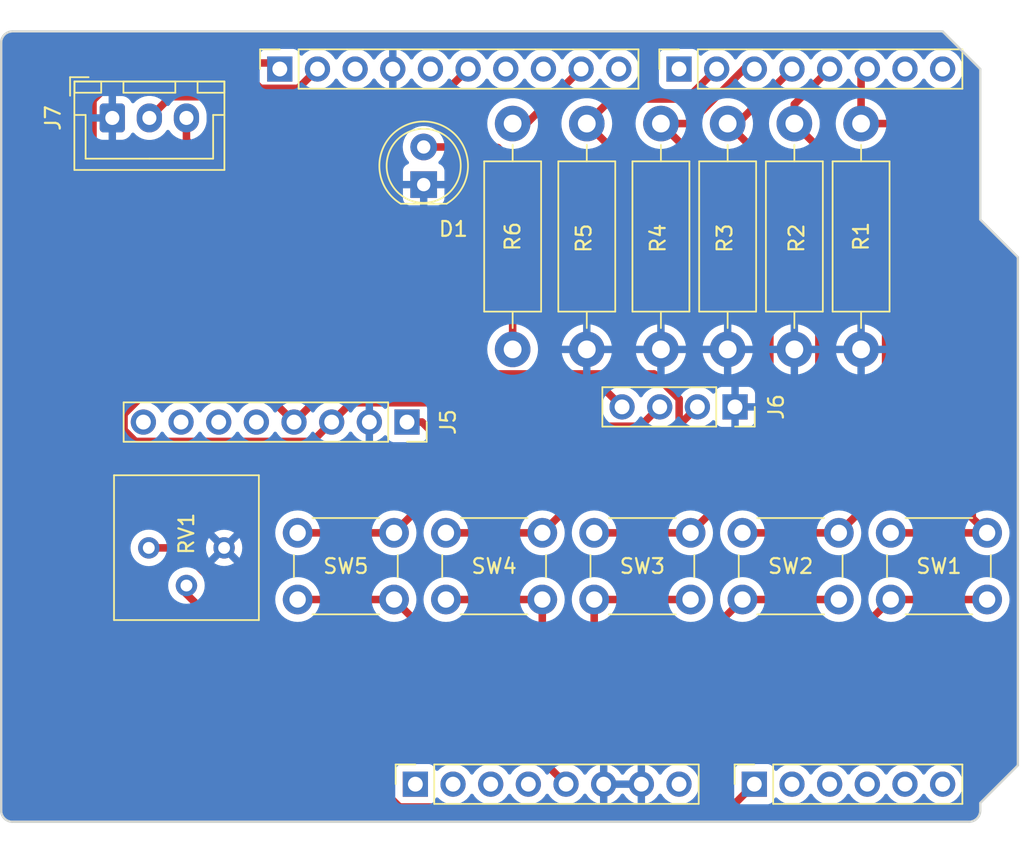
<source format=kicad_pcb>
(kicad_pcb (version 20240108) (generator "pcbnew") (generator_version "8.0")
  (title_block (date "mar. 31 mars 2015"))
  (layers (0 "F.Cu" signal) (31 "B.Cu" power) (34 "B.Paste" user) (35 "F.Paste" user) (36 "B.SilkS" user "B.Silkscreen") (37 "F.SilkS" user "F.Silkscreen") (38 "B.Mask" user) (39 "F.Mask" user) (44 "Edge.Cuts" user))
  (net 0 "")
  (net 1 "GND")
  (net 3 "+5V")
  (net 4 "/IOREF")
  (net 5 "/A1")
  (net 6 "/A2")
  (net 7 "/A3")
  (net 8 "/SDA{slash}A4")
  (net 9 "/SCL{slash}A5")
  (net 10 "/13")
  (net 11 "/AREF")
  (net 12 "/temp_digital")
  (net 13 "/7")
  (net 14 "/*11")
  (net 15 "/*10")
  (net 16 "/TX{slash}1")
  (net 17 "/RX{slash}0")
  (net 18 "+3V3")
  (net 19 "VCC")
  (net 20 "/~{RESET}")
  (net 21 "/I2C_SCL")
  (net 22 "/I2C_SDA")
  (net 27 "/button_onoff")
  (net 28 "/button_lock")
  (net 29 "/button_light")
  (net 30 "/button_cal")
  (net 31 "/button_units")
  (net 32 "Net-(D1-A)")
  (net 33 "/led_light")
  (net 34 "/temp_sensor")
  (footprint "Connector_PinSocket_2.54mm:PinSocket_1x08_P2.54mm_Vertical" (layer "F.Cu") (at 127.94 97.46 90)
    (property "Reference" "J1" (hide yes))
    (property "Value" "Power")
    (fp_line (start 1.33 -1.33) (end 1.33 0) (stroke (width 0.12)) (layer "F.SilkS"))
    (fp_line (start 0 -1.33) (end 1.33 -1.33) (stroke (width 0.12)) (layer "F.SilkS"))
    (fp_line (start 1.33 1.27) (end 1.33 19.11) (stroke (width 0.12)) (layer "F.SilkS"))
    (fp_line (start -1.33 1.27) (end 1.33 1.27) (stroke (width 0.12)) (layer "F.SilkS"))
    (fp_line (start -1.33 1.27) (end -1.33 19.11) (stroke (width 0.12)) (layer "F.SilkS"))
    (fp_line (start -1.33 19.11) (end 1.33 19.11) (stroke (width 0.12)) (layer "F.SilkS"))
    (pad "1" thru_hole rect (at 0 0 90) (size 1.7 1.7) (drill 1) (layers "*.Cu" "*.Mask"))
    (pad "2" thru_hole oval (at 0 2.54 90) (size 1.7 1.7) (drill 1) (layers "*.Cu" "*.Mask") (net 4 "/IOREF"))
    (pad "3" thru_hole oval (at 0 5.08 90) (size 1.7 1.7) (drill 1) (layers "*.Cu" "*.Mask") (net 20 "/~{RESET}"))
    (pad "4" thru_hole oval (at 0 7.62 90) (size 1.7 1.7) (drill 1) (layers "*.Cu" "*.Mask") (net 18 "+3V3"))
    (pad "5" thru_hole oval (at 0 10.16 90) (size 1.7 1.7) (drill 1) (layers "*.Cu" "*.Mask") (net 3 "+5V"))
    (pad "6" thru_hole oval (at 0 12.7 90) (size 1.7 1.7) (drill 1) (layers "*.Cu" "*.Mask") (net 1 "GND"))
    (pad "7" thru_hole oval (at 0 15.24 90) (size 1.7 1.7) (drill 1) (layers "*.Cu" "*.Mask") (net 1 "GND"))
    (pad "8" thru_hole oval (at 0 17.78 90) (size 1.7 1.7) (drill 1) (layers "*.Cu" "*.Mask") (net 19 "VCC"))
  )
  (footprint "Connector_PinSocket_2.54mm:PinSocket_1x06_P2.54mm_Vertical" (layer "F.Cu") (at 150.8 97.46 90)
    (property "Reference" "J3" (hide yes))
    (property "Value" "Analog")
    (fp_line (start 1.33 -1.33) (end 1.33 0) (stroke (width 0.12)) (layer "F.SilkS"))
    (fp_line (start 0 -1.33) (end 1.33 -1.33) (stroke (width 0.12)) (layer "F.SilkS"))
    (fp_line (start 1.33 1.27) (end 1.33 14.03) (stroke (width 0.12)) (layer "F.SilkS"))
    (fp_line (start -1.33 1.27) (end 1.33 1.27) (stroke (width 0.12)) (layer "F.SilkS"))
    (fp_line (start -1.33 1.27) (end -1.33 14.03) (stroke (width 0.12)) (layer "F.SilkS"))
    (fp_line (start -1.33 14.03) (end 1.33 14.03) (stroke (width 0.12)) (layer "F.SilkS"))
    (pad "1" thru_hole rect (at 0 0 90) (size 1.7 1.7) (drill 1) (layers "*.Cu" "*.Mask") (net 34 "/temp_sensor"))
    (pad "2" thru_hole oval (at 0 2.54 90) (size 1.7 1.7) (drill 1) (layers "*.Cu" "*.Mask") (net 5 "/A1"))
    (pad "3" thru_hole oval (at 0 5.08 90) (size 1.7 1.7) (drill 1) (layers "*.Cu" "*.Mask") (net 6 "/A2"))
    (pad "4" thru_hole oval (at 0 7.62 90) (size 1.7 1.7) (drill 1) (layers "*.Cu" "*.Mask") (net 7 "/A3"))
    (pad "5" thru_hole oval (at 0 10.16 90) (size 1.7 1.7) (drill 1) (layers "*.Cu" "*.Mask") (net 8 "/SDA{slash}A4"))
    (pad "6" thru_hole oval (at 0 12.7 90) (size 1.7 1.7) (drill 1) (layers "*.Cu" "*.Mask") (net 9 "/SCL{slash}A5"))
  )
  (footprint "Connector_PinSocket_2.54mm:PinSocket_1x10_P2.54mm_Vertical" (layer "F.Cu") (at 118.796 49.2 90)
    (property "Reference" "J2" (hide yes))
    (property "Value" "Digital/PWM")
    (fp_line (start 1.33 -1.33) (end 1.33 0) (stroke (width 0.12)) (layer "F.SilkS"))
    (fp_line (start 0 -1.33) (end 1.33 -1.33) (stroke (width 0.12)) (layer "F.SilkS"))
    (fp_line (start 1.33 1.27) (end 1.33 24.19) (stroke (width 0.12)) (layer "F.SilkS"))
    (fp_line (start -1.33 1.27) (end 1.33 1.27) (stroke (width 0.12)) (layer "F.SilkS"))
    (fp_line (start -1.33 1.27) (end -1.33 24.19) (stroke (width 0.12)) (layer "F.SilkS"))
    (fp_line (start -1.33 24.19) (end 1.33 24.19) (stroke (width 0.12)) (layer "F.SilkS"))
    (pad "1" thru_hole rect (at 0 0 90) (size 1.7 1.7) (drill 1) (layers "*.Cu" "*.Mask") (net 21 "/I2C_SCL"))
    (pad "2" thru_hole oval (at 0 2.54 90) (size 1.7 1.7) (drill 1) (layers "*.Cu" "*.Mask") (net 22 "/I2C_SDA"))
    (pad "3" thru_hole oval (at 0 5.08 90) (size 1.7 1.7) (drill 1) (layers "*.Cu" "*.Mask") (net 11 "/AREF"))
    (pad "4" thru_hole oval (at 0 7.62 90) (size 1.7 1.7) (drill 1) (layers "*.Cu" "*.Mask") (net 1 "GND"))
    (pad "5" thru_hole oval (at 0 10.16 90) (size 1.7 1.7) (drill 1) (layers "*.Cu" "*.Mask") (net 10 "/13"))
    (pad "6" thru_hole oval (at 0 12.7 90) (size 1.7 1.7) (drill 1) (layers "*.Cu" "*.Mask") (net 12 "/temp_digital"))
    (pad "7" thru_hole oval (at 0 15.24 90) (size 1.7 1.7) (drill 1) (layers "*.Cu" "*.Mask") (net 14 "/*11"))
    (pad "8" thru_hole oval (at 0 17.78 90) (size 1.7 1.7) (drill 1) (layers "*.Cu" "*.Mask") (net 15 "/*10"))
    (pad "9" thru_hole oval (at 0 20.32 90) (size 1.7 1.7) (drill 1) (layers "*.Cu" "*.Mask") (net 33 "/led_light"))
    (pad "10" thru_hole oval (at 0 22.86 90) (size 1.7 1.7) (drill 1) (layers "*.Cu" "*.Mask"))
  )
  (footprint "Connector_PinSocket_2.54mm:PinSocket_1x08_P2.54mm_Vertical" (layer "F.Cu") (at 145.72 49.2 90)
    (property "Reference" "J4" (hide yes))
    (property "Value" "Digital/PWM")
    (fp_line (start 1.33 -1.33) (end 1.33 0) (stroke (width 0.12)) (layer "F.SilkS"))
    (fp_line (start 0 -1.33) (end 1.33 -1.33) (stroke (width 0.12)) (layer "F.SilkS"))
    (fp_line (start 1.33 1.27) (end 1.33 19.11) (stroke (width 0.12)) (layer "F.SilkS"))
    (fp_line (start -1.33 1.27) (end 1.33 1.27) (stroke (width 0.12)) (layer "F.SilkS"))
    (fp_line (start -1.33 1.27) (end -1.33 19.11) (stroke (width 0.12)) (layer "F.SilkS"))
    (fp_line (start -1.33 19.11) (end 1.33 19.11) (stroke (width 0.12)) (layer "F.SilkS"))
    (pad "1" thru_hole rect (at 0 0 90) (size 1.7 1.7) (drill 1) (layers "*.Cu" "*.Mask") (net 13 "/7"))
    (pad "2" thru_hole oval (at 0 2.54 90) (size 1.7 1.7) (drill 1) (layers "*.Cu" "*.Mask") (net 28 "/button_lock"))
    (pad "3" thru_hole oval (at 0 5.08 90) (size 1.7 1.7) (drill 1) (layers "*.Cu" "*.Mask") (net 30 "/button_cal"))
    (pad "4" thru_hole oval (at 0 7.62 90) (size 1.7 1.7) (drill 1) (layers "*.Cu" "*.Mask") (net 29 "/button_light"))
    (pad "5" thru_hole oval (at 0 10.16 90) (size 1.7 1.7) (drill 1) (layers "*.Cu" "*.Mask") (net 31 "/button_units"))
    (pad "6" thru_hole oval (at 0 12.7 90) (size 1.7 1.7) (drill 1) (layers "*.Cu" "*.Mask") (net 27 "/button_onoff"))
    (pad "7" thru_hole oval (at 0 15.24 90) (size 1.7 1.7) (drill 1) (layers "*.Cu" "*.Mask") (net 16 "/TX{slash}1"))
    (pad "8" thru_hole oval (at 0 17.78 90) (size 1.7 1.7) (drill 1) (layers "*.Cu" "*.Mask") (net 17 "/RX{slash}0"))
  )
  (footprint "Potentiometer_THT:Potentiometer_Bourns_3386P_Vertical" (layer "F.Cu") (at 109.96 81.515 -90)
    (property "Reference" "RV1" (at -0.96 -2.54 90) (layer "F.SilkS"))
    (property "Value" "10k")
    (fp_line (start -4.9 2.345) (end 4.87 2.345) (stroke (width 0.12)) (layer "F.SilkS"))
    (fp_line (start -4.9 -7.425) (end -4.9 2.345) (stroke (width 0.12)) (layer "F.SilkS"))
    (fp_line (start -4.9 -7.425) (end 4.87 -7.425) (stroke (width 0.12)) (layer "F.SilkS"))
    (fp_line (start 4.87 -7.425) (end 4.87 2.345) (stroke (width 0.12)) (layer "F.SilkS"))
    (pad "1" thru_hole circle (at 0 0 270) (size 1.44 1.44) (drill 0.8) (layers "*.Cu" "*.Mask") (net 3 "+5V"))
    (pad "2" thru_hole circle (at 2.54 -2.54 270) (size 1.44 1.44) (drill 0.8) (layers "*.Cu" "*.Mask") (net 34 "/temp_sensor"))
    (pad "3" thru_hole circle (at 0 -5.08 270) (size 1.44 1.44) (drill 0.8) (layers "*.Cu" "*.Mask") (net 1 "GND"))
  )
  (footprint "Connector_PinSocket_2.54mm:PinSocket_1x04_P2.54mm_Vertical" (layer "F.Cu") (at 149.5 72 -90)
    (property "Reference" "J6" (at 0 -2.77 90) (layer "F.SilkS"))
    (property "Value" "CONN_DISPLAY")
    (fp_line (start -1.33 8.95) (end 1.33 8.95) (stroke (width 0.12)) (layer "F.SilkS"))
    (fp_line (start -1.33 1.27) (end -1.33 8.95) (stroke (width 0.12)) (layer "F.SilkS"))
    (fp_line (start -1.33 1.27) (end 1.33 1.27) (stroke (width 0.12)) (layer "F.SilkS"))
    (fp_line (start 1.33 1.27) (end 1.33 8.95) (stroke (width 0.12)) (layer "F.SilkS"))
    (fp_line (start 0 -1.33) (end 1.33 -1.33) (stroke (width 0.12)) (layer "F.SilkS"))
    (fp_line (start 1.33 -1.33) (end 1.33 0) (stroke (width 0.12)) (layer "F.SilkS"))
    (pad "1" thru_hole rect (at 0 0 270) (size 1.7 1.7) (drill 1) (layers "*.Cu" "*.Mask") (net 1 "GND"))
    (pad "2" thru_hole oval (at 0 2.54 270) (size 1.7 1.7) (drill 1) (layers "*.Cu" "*.Mask") (net 3 "+5V"))
    (pad "3" thru_hole oval (at 0 5.08 270) (size 1.7 1.7) (drill 1) (layers "*.Cu" "*.Mask") (net 21 "/I2C_SCL"))
    (pad "4" thru_hole oval (at 0 7.62 270) (size 1.7 1.7) (drill 1) (layers "*.Cu" "*.Mask") (net 22 "/I2C_SDA"))
  )
  (footprint "Resistor_THT:R_Axial_DIN0411_L9.9mm_D3.6mm_P15.24mm_Horizontal" (layer "F.Cu") (at 134.5 52.88 -90)
    (property "Reference" "R6" (at 7.62 0 90) (layer "F.SilkS"))
    (property "Value" "1k")
    (fp_line (start 2.55 1.92) (end 12.69 1.92) (stroke (width 0.12)) (layer "F.SilkS"))
    (fp_line (start 12.69 1.92) (end 12.69 -1.92) (stroke (width 0.12)) (layer "F.SilkS"))
    (fp_line (start 1.44 0) (end 2.55 0) (stroke (width 0.12)) (layer "F.SilkS"))
    (fp_line (start 13.8 0) (end 12.69 0) (stroke (width 0.12)) (layer "F.SilkS"))
    (fp_line (start 2.55 -1.92) (end 2.55 1.92) (stroke (width 0.12)) (layer "F.SilkS"))
    (fp_line (start 12.69 -1.92) (end 2.55 -1.92) (stroke (width 0.12)) (layer "F.SilkS"))
    (pad "1" thru_hole circle (at 0 0 270) (size 2.4 2.4) (drill 1.2) (layers "*.Cu" "*.Mask") (net 33 "/led_light"))
    (pad "2" thru_hole oval (at 15.24 0 270) (size 2.4 2.4) (drill 1.2) (layers "*.Cu" "*.Mask") (net 32 "Net-(D1-A)"))
  )
  (footprint "LED_THT:LED_D5.0mm" (layer "F.Cu") (at 128.5 57 90)
    (property "Reference" "D1" (at -3 2 180) (layer "F.SilkS"))
    (property "Value" "LED")
    (fp_line (start -1.29 -1.545) (end -1.29 1.545) (stroke (width 0.12)) (layer "F.SilkS"))
    (fp_arc (start -1.29 -1.54483) (mid 2.071756 -2.880501) (end 4.26 -0.000048) (stroke (width 0.12)) (layer "F.SilkS"))
    (fp_arc (start 4.26 0.000048) (mid 2.071756 2.880501) (end -1.29 1.54483) (stroke (width 0.12)) (layer "F.SilkS"))
    (fp_circle (center 1.27 0) (end 3.77 0) (stroke (width 0.12)) (fill none) (layer "F.SilkS"))
    (pad "1" thru_hole rect (at 0 0 90) (size 1.8 1.8) (drill 0.9) (layers "*.Cu" "*.Mask") (net 1 "GND"))
    (pad "2" thru_hole circle (at 2.54 0 90) (size 1.8 1.8) (drill 0.9) (layers "*.Cu" "*.Mask") (net 32 "Net-(D1-A)"))
  )
  (footprint "Connector_JST:JST_XH_B3B-XH-A_1x03_P2.50mm_Vertical" (layer "F.Cu") (at 107.5 52.5)
    (property "Reference" "J7" (at -4 0 90) (layer "F.SilkS"))
    (property "Value" "Conn_01x03")
    (fp_line (start -2.85 -2.75) (end -2.85 -1.5) (stroke (width 0.12)) (layer "F.SilkS"))
    (fp_line (start -2.56 -2.46) (end -2.56 3.51) (stroke (width 0.12)) (layer "F.SilkS"))
    (fp_line (start -2.56 3.51) (end 7.56 3.51) (stroke (width 0.12)) (layer "F.SilkS"))
    (fp_line (start -2.55 -2.45) (end -2.55 -1.7) (stroke (width 0.12)) (layer "F.SilkS"))
    (fp_line (start -2.55 -1.7) (end -0.75 -1.7) (stroke (width 0.12)) (layer "F.SilkS"))
    (fp_line (start -2.55 -0.2) (end -1.8 -0.2) (stroke (width 0.12)) (layer "F.SilkS"))
    (fp_line (start -1.8 -0.2) (end -1.8 2.75) (stroke (width 0.12)) (layer "F.SilkS"))
    (fp_line (start -1.8 2.75) (end 2.5 2.75) (stroke (width 0.12)) (layer "F.SilkS"))
    (fp_line (start -1.6 -2.75) (end -2.85 -2.75) (stroke (width 0.12)) (layer "F.SilkS"))
    (fp_line (start -0.75 -2.45) (end -2.55 -2.45) (stroke (width 0.12)) (layer "F.SilkS"))
    (fp_line (start -0.75 -1.7) (end -0.75 -2.45) (stroke (width 0.12)) (layer "F.SilkS"))
    (fp_line (start 0.75 -2.45) (end 0.75 -1.7) (stroke (width 0.12)) (layer "F.SilkS"))
    (fp_line (start 0.75 -1.7) (end 4.25 -1.7) (stroke (width 0.12)) (layer "F.SilkS"))
    (fp_line (start 4.25 -2.45) (end 0.75 -2.45) (stroke (width 0.12)) (layer "F.SilkS"))
    (fp_line (start 4.25 -1.7) (end 4.25 -2.45) (stroke (width 0.12)) (layer "F.SilkS"))
    (fp_line (start 5.75 -2.45) (end 5.75 -1.7) (stroke (width 0.12)) (layer "F.SilkS"))
    (fp_line (start 5.75 -1.7) (end 7.55 -1.7) (stroke (width 0.12)) (layer "F.SilkS"))
    (fp_line (start 6.8 -0.2) (end 6.8 2.75) (stroke (width 0.12)) (layer "F.SilkS"))
    (fp_line (start 6.8 2.75) (end 2.5 2.75) (stroke (width 0.12)) (layer "F.SilkS"))
    (fp_line (start 7.55 -2.45) (end 5.75 -2.45) (stroke (width 0.12)) (layer "F.SilkS"))
    (fp_line (start 7.55 -1.7) (end 7.55 -2.45) (stroke (width 0.12)) (layer "F.SilkS"))
    (fp_line (start 7.55 -0.2) (end 6.8 -0.2) (stroke (width 0.12)) (layer "F.SilkS"))
    (fp_line (start 7.56 -2.46) (end -2.56 -2.46) (stroke (width 0.12)) (layer "F.SilkS"))
    (fp_line (start 7.56 3.51) (end 7.56 -2.46) (stroke (width 0.12)) (layer "F.SilkS"))
    (pad "1" thru_hole roundrect (at 0 0) (size 1.7 1.95) (drill 0.95) (layers "*.Cu" "*.Mask") (roundrect_rratio 0.147059) (net 1 "GND"))
    (pad "2" thru_hole oval (at 2.5 0) (size 1.7 1.95) (drill 0.95) (layers "*.Cu" "*.Mask") (net 12 "/temp_digital"))
    (pad "3" thru_hole oval (at 5 0) (size 1.7 1.95) (drill 0.95) (layers "*.Cu" "*.Mask") (net 3 "+5V"))
  )
  (footprint "Button_Switch_THT:SW_PUSH_6mm" (layer "F.Cu") (at 120 80.5)
    (property "Reference" "SW5" (at 3.25 2.25 0) (layer "F.SilkS"))
    (property "Value" "SW_SPST")
    (fp_line (start -0.25 1.5) (end -0.25 3) (stroke (width 0.12)) (layer "F.SilkS"))
    (fp_line (start 1 5.5) (end 5.5 5.5) (stroke (width 0.12)) (layer "F.SilkS"))
    (fp_line (start 5.5 -1) (end 1 -1) (stroke (width 0.12)) (layer "F.SilkS"))
    (fp_line (start 6.75 3) (end 6.75 1.5) (stroke (width 0.12)) (layer "F.SilkS"))
    (pad "1" thru_hole circle (at 0 0 90) (size 2 2) (drill 1.1) (layers "*.Cu" "*.Mask") (net 28 "/button_lock"))
    (pad "1" thru_hole circle (at 6.5 0 90) (size 2 2) (drill 1.1) (layers "*.Cu" "*.Mask") (net 28 "/button_lock"))
    (pad "2" thru_hole circle (at 0 4.5 90) (size 2 2) (drill 1.1) (layers "*.Cu" "*.Mask") (net 3 "+5V"))
    (pad "2" thru_hole circle (at 6.5 4.5 90) (size 2 2) (drill 1.1) (layers "*.Cu" "*.Mask") (net 3 "+5V"))
  )
  (footprint "Resistor_THT:R_Axial_DIN0411_L9.9mm_D3.6mm_P15.24mm_Horizontal" (layer "F.Cu") (at 153.5 52.88 -90)
    (property "Reference" "R2" (at 7.74 -0.15 90) (layer "F.SilkS"))
    (property "Value" "100k")
    (fp_line (start 2.55 1.92) (end 12.69 1.92) (stroke (width 0.12)) (layer "F.SilkS"))
    (fp_line (start 12.69 1.92) (end 12.69 -1.92) (stroke (width 0.12)) (layer "F.SilkS"))
    (fp_line (start 1.44 0) (end 2.55 0) (stroke (width 0.12)) (layer "F.SilkS"))
    (fp_line (start 13.8 0) (end 12.69 0) (stroke (width 0.12)) (layer "F.SilkS"))
    (fp_line (start 2.55 -1.92) (end 2.55 1.92) (stroke (width 0.12)) (layer "F.SilkS"))
    (fp_line (start 12.69 -1.92) (end 2.55 -1.92) (stroke (width 0.12)) (layer "F.SilkS"))
    (pad "1" thru_hole circle (at 0 0 270) (size 2.4 2.4) (drill 1.2) (layers "*.Cu" "*.Mask") (net 31 "/button_units"))
    (pad "2" thru_hole oval (at 15.24 0 270) (size 2.4 2.4) (drill 1.2) (layers "*.Cu" "*.Mask") (net 1 "GND"))
  )
  (footprint "Button_Switch_THT:SW_PUSH_6mm" (layer "F.Cu") (at 160 80.5)
    (property "Reference" "SW1" (at 3.25 2.25 0) (layer "F.SilkS"))
    (property "Value" "SW_SPST")
    (fp_line (start -0.25 1.5) (end -0.25 3) (stroke (width 0.12)) (layer "F.SilkS"))
    (fp_line (start 1 5.5) (end 5.5 5.5) (stroke (width 0.12)) (layer "F.SilkS"))
    (fp_line (start 5.5 -1) (end 1 -1) (stroke (width 0.12)) (layer "F.SilkS"))
    (fp_line (start 6.75 3) (end 6.75 1.5) (stroke (width 0.12)) (layer "F.SilkS"))
    (pad "1" thru_hole circle (at 0 0 90) (size 2 2) (drill 1.1) (layers "*.Cu" "*.Mask") (net 27 "/button_onoff"))
    (pad "1" thru_hole circle (at 6.5 0 90) (size 2 2) (drill 1.1) (layers "*.Cu" "*.Mask") (net 27 "/button_onoff"))
    (pad "2" thru_hole circle (at 0 4.5 90) (size 2 2) (drill 1.1) (layers "*.Cu" "*.Mask") (net 3 "+5V"))
    (pad "2" thru_hole circle (at 6.5 4.5 90) (size 2 2) (drill 1.1) (layers "*.Cu" "*.Mask") (net 3 "+5V"))
  )
  (footprint "Resistor_THT:R_Axial_DIN0411_L9.9mm_D3.6mm_P15.24mm_Horizontal" (layer "F.Cu") (at 158 52.88 -90)
    (property "Reference" "R1" (at 7.62 0 90) (layer "F.SilkS"))
    (property "Value" "100k")
    (fp_line (start 2.55 1.92) (end 12.69 1.92) (stroke (width 0.12)) (layer "F.SilkS"))
    (fp_line (start 12.69 1.92) (end 12.69 -1.92) (stroke (width 0.12)) (layer "F.SilkS"))
    (fp_line (start 1.44 0) (end 2.55 0) (stroke (width 0.12)) (layer "F.SilkS"))
    (fp_line (start 13.8 0) (end 12.69 0) (stroke (width 0.12)) (layer "F.SilkS"))
    (fp_line (start 2.55 -1.92) (end 2.55 1.92) (stroke (width 0.12)) (layer "F.SilkS"))
    (fp_line (start 12.69 -1.92) (end 2.55 -1.92) (stroke (width 0.12)) (layer "F.SilkS"))
    (pad "1" thru_hole circle (at 0 0 270) (size 2.4 2.4) (drill 1.2) (layers "*.Cu" "*.Mask") (net 27 "/button_onoff"))
    (pad "2" thru_hole oval (at 15.24 0 270) (size 2.4 2.4) (drill 1.2) (layers "*.Cu" "*.Mask") (net 1 "GND"))
  )
  (footprint "Resistor_THT:R_Axial_DIN0411_L9.9mm_D3.6mm_P15.24mm_Horizontal" (layer "F.Cu") (at 139.5 52.88 -90)
    (property "Reference" "R5" (at 7.74 0.2 90) (layer "F.SilkS"))
    (property "Value" "100k")
    (fp_line (start 2.55 1.92) (end 12.69 1.92) (stroke (width 0.12)) (layer "F.SilkS"))
    (fp_line (start 12.69 1.92) (end 12.69 -1.92) (stroke (width 0.12)) (layer "F.SilkS"))
    (fp_line (start 1.44 0) (end 2.55 0) (stroke (width 0.12)) (layer "F.SilkS"))
    (fp_line (start 13.8 0) (end 12.69 0) (stroke (width 0.12)) (layer "F.SilkS"))
    (fp_line (start 2.55 -1.92) (end 2.55 1.92) (stroke (width 0.12)) (layer "F.SilkS"))
    (fp_line (start 12.69 -1.92) (end 2.55 -1.92) (stroke (width 0.12)) (layer "F.SilkS"))
    (pad "1" thru_hole circle (at 0 0 270) (size 2.4 2.4) (drill 1.2) (layers "*.Cu" "*.Mask") (net 28 "/button_lock"))
    (pad "2" thru_hole oval (at 15.24 0 270) (size 2.4 2.4) (drill 1.2) (layers "*.Cu" "*.Mask") (net 1 "GND"))
  )
  (footprint "Button_Switch_THT:SW_PUSH_6mm" (layer "F.Cu") (at 150 80.5)
    (property "Reference" "SW2" (at 3.25 2.25 0) (layer "F.SilkS"))
    (property "Value" "SW_SPST")
    (fp_line (start -0.25 1.5) (end -0.25 3) (stroke (width 0.12)) (layer "F.SilkS"))
    (fp_line (start 1 5.5) (end 5.5 5.5) (stroke (width 0.12)) (layer "F.SilkS"))
    (fp_line (start 5.5 -1) (end 1 -1) (stroke (width 0.12)) (layer "F.SilkS"))
    (fp_line (start 6.75 3) (end 6.75 1.5) (stroke (width 0.12)) (layer "F.SilkS"))
    (pad "1" thru_hole circle (at 0 0 90) (size 2 2) (drill 1.1) (layers "*.Cu" "*.Mask") (net 31 "/button_units"))
    (pad "1" thru_hole circle (at 6.5 0 90) (size 2 2) (drill 1.1) (layers "*.Cu" "*.Mask") (net 31 "/button_units"))
    (pad "2" thru_hole circle (at 0 4.5 90) (size 2 2) (drill 1.1) (layers "*.Cu" "*.Mask") (net 3 "+5V"))
    (pad "2" thru_hole circle (at 6.5 4.5 90) (size 2 2) (drill 1.1) (layers "*.Cu" "*.Mask") (net 3 "+5V"))
  )
  (footprint "Button_Switch_THT:SW_PUSH_6mm" (layer "F.Cu") (at 130 80.5)
    (property "Reference" "SW4" (at 3.25 2.25 0) (layer "F.SilkS"))
    (property "Value" "SW_SPST")
    (fp_line (start -0.25 1.5) (end -0.25 3) (stroke (width 0.12)) (layer "F.SilkS"))
    (fp_line (start 1 5.5) (end 5.5 5.5) (stroke (width 0.12)) (layer "F.SilkS"))
    (fp_line (start 5.5 -1) (end 1 -1) (stroke (width 0.12)) (layer "F.SilkS"))
    (fp_line (start 6.75 3) (end 6.75 1.5) (stroke (width 0.12)) (layer "F.SilkS"))
    (pad "1" thru_hole circle (at 0 0 90) (size 2 2) (drill 1.1) (layers "*.Cu" "*.Mask") (net 30 "/button_cal"))
    (pad "1" thru_hole circle (at 6.5 0 90) (size 2 2) (drill 1.1) (layers "*.Cu" "*.Mask") (net 30 "/button_cal"))
    (pad "2" thru_hole circle (at 0 4.5 90) (size 2 2) (drill 1.1) (layers "*.Cu" "*.Mask") (net 3 "+5V"))
    (pad "2" thru_hole circle (at 6.5 4.5 90) (size 2 2) (drill 1.1) (layers "*.Cu" "*.Mask") (net 3 "+5V"))
  )
  (footprint "Resistor_THT:R_Axial_DIN0411_L9.9mm_D3.6mm_P15.24mm_Horizontal" (layer "F.Cu") (at 149 52.88 -90)
    (property "Reference" "R3" (at 7.74 0.2 90) (layer "F.SilkS"))
    (property "Value" "100k")
    (fp_line (start 2.55 1.92) (end 12.69 1.92) (stroke (width 0.12)) (layer "F.SilkS"))
    (fp_line (start 12.69 1.92) (end 12.69 -1.92) (stroke (width 0.12)) (layer "F.SilkS"))
    (fp_line (start 1.44 0) (end 2.55 0) (stroke (width 0.12)) (layer "F.SilkS"))
    (fp_line (start 13.8 0) (end 12.69 0) (stroke (width 0.12)) (layer "F.SilkS"))
    (fp_line (start 2.55 -1.92) (end 2.55 1.92) (stroke (width 0.12)) (layer "F.SilkS"))
    (fp_line (start 12.69 -1.92) (end 2.55 -1.92) (stroke (width 0.12)) (layer "F.SilkS"))
    (pad "1" thru_hole circle (at 0 0 270) (size 2.4 2.4) (drill 1.2) (layers "*.Cu" "*.Mask") (net 29 "/button_light"))
    (pad "2" thru_hole oval (at 15.24 0 270) (size 2.4 2.4) (drill 1.2) (layers "*.Cu" "*.Mask") (net 1 "GND"))
  )
  (footprint "Resistor_THT:R_Axial_DIN0411_L9.9mm_D3.6mm_P15.24mm_Horizontal" (layer "F.Cu") (at 144.5 52.88 -90)
    (property "Reference" "R4" (at 7.74 0.2 90) (layer "F.SilkS"))
    (property "Value" "100k")
    (fp_line (start 2.55 1.92) (end 12.69 1.92) (stroke (width 0.12)) (layer "F.SilkS"))
    (fp_line (start 12.69 1.92) (end 12.69 -1.92) (stroke (width 0.12)) (layer "F.SilkS"))
    (fp_line (start 1.44 0) (end 2.55 0) (stroke (width 0.12)) (layer "F.SilkS"))
    (fp_line (start 13.8 0) (end 12.69 0) (stroke (width 0.12)) (layer "F.SilkS"))
    (fp_line (start 2.55 -1.92) (end 2.55 1.92) (stroke (width 0.12)) (layer "F.SilkS"))
    (fp_line (start 12.69 -1.92) (end 2.55 -1.92) (stroke (width 0.12)) (layer "F.SilkS"))
    (pad "1" thru_hole circle (at 0 0 270) (size 2.4 2.4) (drill 1.2) (layers "*.Cu" "*.Mask") (net 30 "/button_cal"))
    (pad "2" thru_hole oval (at 15.24 0 270) (size 2.4 2.4) (drill 1.2) (layers "*.Cu" "*.Mask") (net 1 "GND"))
  )
  (footprint "Button_Switch_THT:SW_PUSH_6mm" (layer "F.Cu") (at 140 80.5)
    (property "Reference" "SW3" (at 3.25 2.25 0) (layer "F.SilkS"))
    (property "Value" "SW_SPST")
    (fp_line (start -0.25 1.5) (end -0.25 3) (stroke (width 0.12)) (layer "F.SilkS"))
    (fp_line (start 1 5.5) (end 5.5 5.5) (stroke (width 0.12)) (layer "F.SilkS"))
    (fp_line (start 5.5 -1) (end 1 -1) (stroke (width 0.12)) (layer "F.SilkS"))
    (fp_line (start 6.75 3) (end 6.75 1.5) (stroke (width 0.12)) (layer "F.SilkS"))
    (pad "1" thru_hole circle (at 0 0 90) (size 2 2) (drill 1.1) (layers "*.Cu" "*.Mask") (net 29 "/button_light"))
    (pad "1" thru_hole circle (at 6.5 0 90) (size 2 2) (drill 1.1) (layers "*.Cu" "*.Mask") (net 29 "/button_light"))
    (pad "2" thru_hole circle (at 0 4.5 90) (size 2 2) (drill 1.1) (layers "*.Cu" "*.Mask") (net 3 "+5V"))
    (pad "2" thru_hole circle (at 6.5 4.5 90) (size 2 2) (drill 1.1) (layers "*.Cu" "*.Mask") (net 3 "+5V"))
  )
  (footprint "Connector_PinSocket_2.54mm:PinSocket_1x08_P2.54mm_Vertical" (layer "F.Cu") (at 127.375 73.025 -90)
    (property "Reference" "J5" (at 0 -2.77 90) (layer "F.SilkS"))
    (property "Value" "CONN_GYRO")
    (fp_line (start -1.33 19.11) (end 1.33 19.11) (stroke (width 0.12)) (layer "F.SilkS"))
    (fp_line (start -1.33 1.27) (end -1.33 19.11) (stroke (width 0.12)) (layer "F.SilkS"))
    (fp_line (start -1.33 1.27) (end 1.33 1.27) (stroke (width 0.12)) (layer "F.SilkS"))
    (fp_line (start 1.33 1.27) (end 1.33 19.11) (stroke (width 0.12)) (layer "F.SilkS"))
    (fp_line (start 0 -1.33) (end 1.33 -1.33) (stroke (width 0.12)) (layer "F.SilkS"))
    (fp_line (start 1.33 -1.33) (end 1.33 0) (stroke (width 0.12)) (layer "F.SilkS"))
    (pad "1" thru_hole rect (at 0 0 270) (size 1.7 1.7) (drill 1) (layers "*.Cu" "*.Mask") (net 3 "+5V"))
    (pad "2" thru_hole oval (at 0 2.54 270) (size 1.7 1.7) (drill 1) (layers "*.Cu" "*.Mask") (net 1 "GND"))
    (pad "3" thru_hole oval (at 0 5.08 270) (size 1.7 1.7) (drill 1) (layers "*.Cu" "*.Mask") (net 21 "/I2C_SCL"))
    (pad "4" thru_hole oval (at 0 7.62 270) (size 1.7 1.7) (drill 1) (layers "*.Cu" "*.Mask") (net 22 "/I2C_SDA"))
    (pad "5" thru_hole oval (at 0 10.16 270) (size 1.7 1.7) (drill 1) (layers "*.Cu" "*.Mask"))
    (pad "6" thru_hole oval (at 0 12.7 270) (size 1.7 1.7) (drill 1) (layers "*.Cu" "*.Mask"))
    (pad "7" thru_hole oval (at 0 15.24 270) (size 1.7 1.7) (drill 1) (layers "*.Cu" "*.Mask"))
    (pad "8" thru_hole oval (at 0 17.78 270) (size 1.7 1.7) (drill 1) (layers "*.Cu" "*.Mask"))
  )
  (gr_line (start 166.04 59.36) (end 168.58 61.9) (stroke (width 0.15)) (layer "Edge.Cuts"))
  (gr_line (start 100 99.238) (end 100 47.422) (stroke (width 0.15)) (layer "Edge.Cuts"))
  (gr_line (start 168.58 61.9) (end 168.58 96.19) (stroke (width 0.15)) (layer "Edge.Cuts"))
  (gr_line (start 165.278 100) (end 100.762 100) (stroke (width 0.15)) (layer "Edge.Cuts"))
  (gr_line (start 100.762 46.66) (end 163.5 46.66) (stroke (width 0.15)) (layer "Edge.Cuts"))
  (gr_arc (start 100.762 100) (mid 100.223185 99.776815) (end 100 99.238) (stroke (width 0.15)) (layer "Edge.Cuts"))
  (gr_line (start 168.58 96.19) (end 166.04 98.73) (stroke (width 0.15)) (layer "Edge.Cuts"))
  (gr_line (start 163.5 46.66) (end 166.04 49.2) (stroke (width 0.15)) (layer "Edge.Cuts"))
  (gr_arc (start 166.04 99.238) (mid 165.816815 99.776815) (end 165.278 100) (stroke (width 0.15)) (layer "Edge.Cuts"))
  (gr_line (start 166.04 49.2) (end 166.04 59.36) (stroke (width 0.15)) (layer "Edge.Cuts"))
  (gr_line (start 166.04 98.73) (end 166.04 99.238) (stroke (width 0.15)) (layer "Edge.Cuts"))
  (gr_arc (start 100 47.422) (mid 100.223185 46.883185) (end 100.762 46.66) (stroke (width 0.15)) (layer "Edge.Cuts"))
  (segment (start 112.015 81.515) (end 117 86.5) (width 0.508) (layer "F.Cu") (net 3))
  (segment (start 134.82 94.18) (end 132.57 91.93) (width 0.508) (layer "F.Cu") (net 3))
  (segment (start 129.708 74.792) (end 130.151733 74.792) (width 0.508) (layer "F.Cu") (net 3))
  (segment (start 112.5 54) (end 128.274 69.774) (width 0.508) (layer "F.Cu") (net 3))
  (segment (start 128.64 87.14) (end 126.5 85) (width 0.508) (layer "F.Cu") (net 3))
  (segment (start 145.73 71.465865) (end 145.73 73.23) (width 0.508) (layer "F.Cu") (net 3))
  (segment (start 146 89) (end 150 85) (width 0.508) (layer "F.Cu") (net 3))
  (segment (start 136.5 88) (end 136.5 85) (width 0.508) (layer "F.Cu") (net 3))
  (segment (start 112.5 52.5) (end 112.5 54) (width 0.508) (layer "F.Cu") (net 3))
  (segment (start 117 85) (end 117 79.5) (width 0.508) (layer "F.Cu") (net 3))
  (segment (start 120.5 76) (end 128.5 76) (width 0.508) (layer "F.Cu") (net 3))
  (segment (start 132.57 91.93) (end 128.64 88) (width 0.508) (layer "F.Cu") (net 3))
  (segment (start 128.64 88) (end 128.64 87.14) (width 0.508) (layer "F.Cu") (net 3))
  (segment (start 150 85) (end 156.5 85) (width 0.508) (layer "F.Cu") (net 3))
  (segment (start 156 89) (end 160 85) (width 0.508) (layer "F.Cu") (net 3))
  (segment (start 130 85) (end 136.5 85) (width 0.508) (layer "F.Cu") (net 3))
  (segment (start 128.64 88) (end 126.5 88) (width 0.508) (layer "F.Cu") (net 3))
  (segment (start 144.168 74.792) (end 130.151733 74.792) (width 0.508) (layer "F.Cu") (net 3))
  (segment (start 117 87.5) (end 117 86.5) (width 0.508) (layer "F.Cu") (net 3))
  (segment (start 126.5 88) (end 117.5 88) (width 0.508) (layer "F.Cu") (net 3))
  (segment (start 128.384733 73.025) (end 130.151733 74.792) (width 0.508) (layer "F.Cu") (net 3))
  (segment (start 120 85) (end 126.5 85) (width 0.508) (layer "F.Cu") (net 3))
  (segment (start 120 84.943733) (end 120 85) (width 0.508) (layer "F.Cu") (net 3))
  (segment (start 140 89) (end 140 85) (width 0.508) (layer "F.Cu") (net 3))
  (segment (start 138.1 97.46) (end 134.82 94.18) (width 0.508) (layer "F.Cu") (net 3))
  (segment (start 160 85) (end 166.5 85) (width 0.508) (layer "F.Cu") (net 3))
  (segment (start 146.96 72) (end 145.73 73.23) (width 0.508) (layer "F.Cu") (net 3))
  (segment (start 127.375 73.025) (end 128.384733 73.025) (width 0.508) (layer "F.Cu") (net 3))
  (segment (start 128.5 76) (end 129.708 74.792) (width 0.508) (layer "F.Cu") (net 3))
  (segment (start 117.5 88) (end 117 87.5) (width 0.508) (layer "F.Cu") (net 3))
  (segment (start 134.82 94.18) (end 140 89) (width 0.508) (layer "F.Cu") (net 3))
  (segment (start 132.57 91.93) (end 136.5 88) (width 0.508) (layer "F.Cu") (net 3))
  (segment (start 109.96 81.515) (end 112.015 81.515) (width 0.508) (layer "F.Cu") (net 3))
  (segment (start 146 89) (end 156 89) (width 0.508) (layer "F.Cu") (net 3))
  (segment (start 140 89) (end 146 89) (width 0.508) (layer "F.Cu") (net 3))
  (segment (start 117 86.5) (end 117 85) (width 0.508) (layer "F.Cu") (net 3))
  (segment (start 117 79.5) (end 120.5 76) (width 0.508) (layer "F.Cu") (net 3))
  (segment (start 128.274 69.774) (end 144.038135 69.774) (width 0.508) (layer "F.Cu") (net 3))
  (segment (start 140 85) (end 146.5 85) (width 0.508) (layer "F.Cu") (net 3))
  (segment (start 145.73 73.23) (end 144.168 74.792) (width 0.508) (layer "F.Cu") (net 3))
  (segment (start 144.038135 69.774) (end 145.73 71.465865) (width 0.508) (layer "F.Cu") (net 3))
  (segment (start 129.484 51.212) (end 131.496 49.2) (width 0.508) (layer "F.Cu") (net 12))
  (segment (start 111.429 51.071) (end 116.571 51.071) (width 0.508) (layer "F.Cu") (net 12))
  (segment (start 116.712 51.212) (end 129.484 51.212) (width 0.508) (layer "F.Cu") (net 12))
  (segment (start 116.571 51.071) (end 116.712 51.212) (width 0.508) (layer "F.Cu") (net 12))
  (segment (start 110 52.5) (end 111.429 51.071) (width 0.508) (layer "F.Cu") (net 12))
  (segment (start 110.333865 68.833865) (end 105.488 63.988) (width 0.508) (layer "F.Cu") (net 21))
  (segment (start 122.295 73.025) (end 120.991 74.329) (width 0.508) (layer "F.Cu") (net 21))
  (segment (start 110.333865 70.442) (end 110.333865 68.833865) (width 0.508) (layer "F.Cu") (net 21))
  (segment (start 143.116 73.304) (end 130.596 73.304) (width 0.508) (layer "F.Cu") (net 21))
  (segment (start 105.488 63.988) (end 105.488 51.010736) (width 0.508) (layer "F.Cu") (net 21))
  (segment (start 130.596 73.304) (end 129.013 71.721) (width 0.508) (layer "F.Cu") (net 21))
  (segment (start 105.488 51.010736) (end 107.706736 48.792) (width 0.508) (layer "F.Cu") (net 21))
  (segment (start 120.991 74.329) (end 109.054865 74.329) (width 0.508) (layer "F.Cu") (net 21))
  (segment (start 109.054865 74.329) (end 108.291 73.565135) (width 0.508) (layer "F.Cu") (net 21))
  (segment (start 129.013 71.721) (end 123.599 71.721) (width 0.508) (layer "F.Cu") (net 21))
  (segment (start 107.706736 48.792) (end 118.388 48.792) (width 0.508) (layer "F.Cu") (net 21))
  (segment (start 108.291 72.484865) (end 110.333865 70.442) (width 0.508) (layer "F.Cu") (net 21))
  (segment (start 123.599 71.721) (end 122.295 73.025) (width 0.508) (layer "F.Cu") (net 21))
  (segment (start 108.291 73.565135) (end 108.291 72.484865) (width 0.508) (layer "F.Cu") (net 21))
  (segment (start 118.388 48.792) (end 118.796 49.2) (width 0.508) (layer "F.Cu") (net 21))
  (segment (start 144.42 72) (end 143.116 73.304) (width 0.508) (layer "F.Cu") (net 21))
  (segment (start 116.5 49.512) (end 117.492 50.504) (width 0.508) (layer "F.Cu") (net 22))
  (segment (start 119.755 73.025) (end 106.196 59.466) (width 0.508) (layer "F.Cu") (net 22))
  (segment (start 117.492 50.504) (end 120.032 50.504) (width 0.508) (layer "F.Cu") (net 22))
  (segment (start 121.78 71) (end 119.755 73.025) (width 0.508) (layer "F.Cu") (net 22))
  (segment (start 116.5 49.5) (end 116.5 49.512) (width 0.508) (layer "F.Cu") (net 22))
  (segment (start 108 49.5) (end 116.5 49.5) (width 0.508) (layer "F.Cu") (net 22))
  (segment (start 106.196 51.304) (end 108 49.5) (width 0.508) (layer "F.Cu") (net 22))
  (segment (start 106.196 59.466) (end 106.196 51.304) (width 0.508) (layer "F.Cu") (net 22))
  (segment (start 140.88 71) (end 121.78 71) (width 0.508) (layer "F.Cu") (net 22))
  (segment (start 120.032 50.504) (end 121.336 49.2) (width 0.508) (layer "F.Cu") (net 22))
  (segment (start 141.88 72) (end 140.88 71) (width 0.508) (layer "F.Cu") (net 22))
  (segment (start 164.88 52.88) (end 165.5 53.5) (width 0.508) (layer "F.Cu") (net 27))
  (segment (start 158 52.88) (end 164.88 52.88) (width 0.508) (layer "F.Cu") (net 27))
  (segment (start 165.5 79.5) (end 166.5 80.5) (width 0.508) (layer "F.Cu") (net 27))
  (segment (start 158 49.62) (end 158.42 49.2) (width 0.508) (layer "F.Cu") (net 27))
  (segment (start 160 80.5) (end 166.5 80.5) (width 0.508) (layer "F.Cu") (net 27))
  (segment (start 165.5 53.5) (end 165.5 79.5) (width 0.508) (layer "F.Cu") (net 27))
  (segment (start 158 52.88) (end 158 49.62) (width 0.508) (layer "F.Cu") (net 27))
  (segment (start 149 75.5) (end 131.5 75.5) (width 0.508) (layer "F.Cu") (net 28))
  (segment (start 151.846 72.654) (end 149 75.5) (width 0.508) (layer "F.Cu") (net 28))
  (segment (start 139.5 52.88) (end 141.154 51.226) (width 0.508) (layer "F.Cu") (net 28))
  (segment (start 139.5 52.88) (end 151.846 65.226) (width 0.508) (layer "F.Cu") (net 28))
  (segment (start 151.846 65.226) (end 151.846 72.654) (width 0.508) (layer "F.Cu") (net 28))
  (segment (start 131.5 75.5) (end 126.5 80.5) (width 0.508) (layer "F.Cu") (net 28))
  (segment (start 120 80.5) (end 126.5 80.5) (width 0.508) (layer "F.Cu") (net 28))
  (segment (start 141.154 51.226) (end 146.234 51.226) (width 0.508) (layer "F.Cu") (net 28))
  (segment (start 146.234 51.226) (end 148.26 49.2) (width 0.508) (layer "F.Cu") (net 28))
  (segment (start 152.5 77.249368) (end 149.750632 77.249368) (width 0.508) (layer "F.Cu") (net 29))
  (segment (start 159.654 70.095368) (end 152.5 77.249368) (width 0.508) (layer "F.Cu") (net 29))
  (segment (start 149.750632 77.249368) (end 146.5 80.5) (width 0.508) (layer "F.Cu") (net 29))
  (segment (start 140 80.5) (end 146.5 80.5) (width 0.508) (layer "F.Cu") (net 29))
  (segment (start 149 52.88) (end 149.66 52.88) (width 0.508) (layer "F.Cu") (net 29))
  (segment (start 149 52.88) (end 159.654 63.534) (width 0.508) (layer "F.Cu") (net 29))
  (segment (start 159.654 63.534) (end 159.654 70.095368) (width 0.508) (layer "F.Cu") (net 29))
  (segment (start 149.66 52.88) (end 153.34 49.2) (width 0.508) (layer "F.Cu") (net 29))
  (segment (start 130 80.5) (end 136.5 80.5) (width 0.508) (layer "F.Cu") (net 30))
  (segment (start 150.104135 49.2) (end 150.8 49.2) (width 0.508) (layer "F.Cu") (net 30))
  (segment (start 149.5 76.498736) (end 140.501264 76.498736) (width 0.508) (layer "F.Cu") (net 30))
  (segment (start 144.5 52.88) (end 155.154 63.534) (width 0.508) (layer "F.Cu") (net 30))
  (segment (start 155.154 63.534) (end 155.154 70.844736) (width 0.508) (layer "F.Cu") (net 30))
  (segment (start 144.5 52.88) (end 146.424135 52.88) (width 0.508) (layer "F.Cu") (net 30))
  (segment (start 140.501264 76.498736) (end 136.5 80.5) (width 0.508) (layer "F.Cu") (net 30))
  (segment (start 155.154 70.844736) (end 149.5 76.498736) (width 0.508) (layer "F.Cu") (net 30))
  (segment (start 146.424135 52.88) (end 150.104135 49.2) (width 0.508) (layer "F.Cu") (net 30))
  (segment (start 160.362 59.742) (end 160.362 76.638) (width 0.508) (layer "F.Cu") (net 31))
  (segment (start 150 80.5) (end 156.5 80.5) (width 0.508) (layer "F.Cu") (net 31))
  (segment (start 160.362 76.638) (end 156.5 80.5) (width 0.508) (layer "F.Cu") (net 31))
  (segment (start 153.5 52.88) (end 153.5 51.58) (width 0.508) (layer "F.Cu") (net 31))
  (segment (start 153.5 51.58) (end 155.88 49.2) (width 0.508) (layer "F.Cu") (net 31))
  (segment (start 153.5 52.88) (end 160.362 59.742) (width 0.508) (layer "F.Cu") (net 31))
  (segment (start 133.5 54.5) (end 132.5 54.5) (width 0.508) (layer "F.Cu") (net 32))
  (segment (start 132.46 54.46) (end 128.5 54.46) (width 0.508) (layer "F.Cu") (net 32))
  (segment (start 134.5 68.12) (end 134.5 55.5) (width 0.508) (layer "F.Cu") (net 32))
  (segment (start 134.5 55.5) (end 133.5 54.5) (width 0.508) (layer "F.Cu") (net 32))
  (segment (start 132.5 54.5) (end 132.46 54.46) (width 0.508) (layer "F.Cu") (net 32))
  (segment (start 135.436 52.88) (end 139.116 49.2) (width 0.508) (layer "F.Cu") (net 33))
  (segment (start 134.5 52.88) (end 135.436 52.88) (width 0.508) (layer "F.Cu") (net 33))
  (segment (start 149.26 99) (end 150.8 97.46) (width 0.508) (layer "F.Cu") (net 34))
  (segment (start 126.872 99) (end 149.26 99) (width 0.508) (layer "F.Cu") (net 34))
  (segment (start 112.5 84.628) (end 126.872 99) (width 0.508) (layer "F.Cu") (net 34))
  (segment (start 112.5 84.055) (end 112.5 84.628) (width 0.508) (layer "F.Cu") (net 34))
  (zone (net 1) (net_name "GND") (layer "B.Cu") (connect_pads (clearance 0.508)) (min_thickness 0.25) (fill yes (thermal_gap 0.5) (thermal_bridge_width 0.5))
    (polygon (pts (xy 100 46.5) (xy 169 46.5) (xy 169 100) (xy 100 100)))
  )
)
</source>
